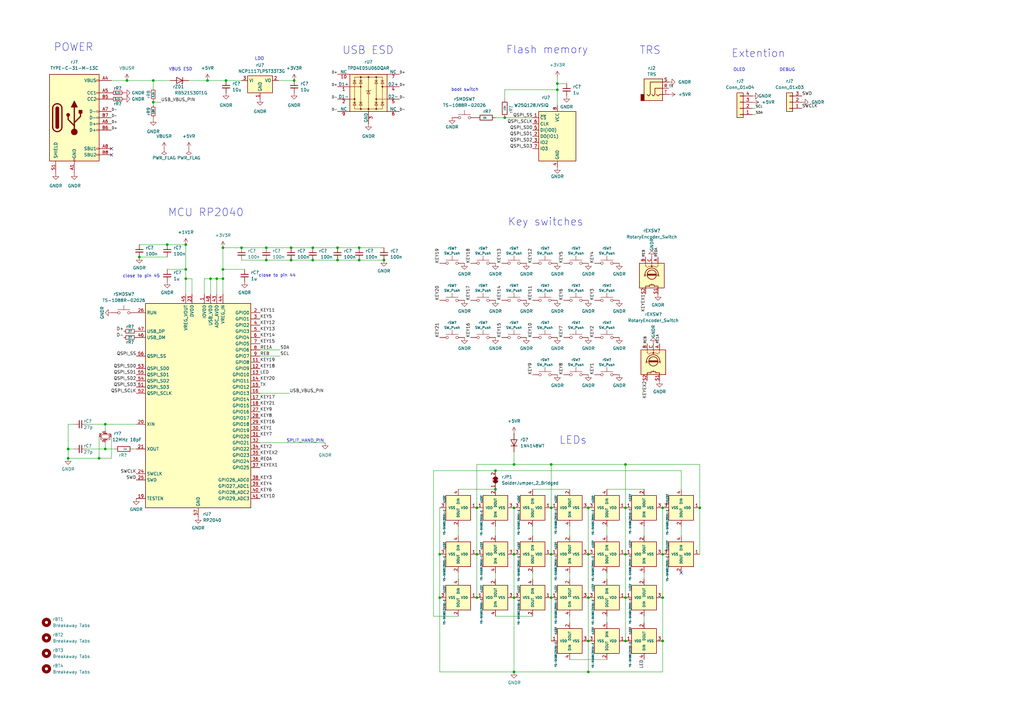
<source format=kicad_sch>
(kicad_sch (version 20250114) (generator "eeschema") (generator_version "9.0")
  (paper "A3")
  (title_block (title "Corne Right") (date "2023-10-07") (rev "4.0.0") (company "foostan"))
  (text "USB ESD" (at 140.335 22.606 0) (effects (font (size 3.175 3.175)) (justify left bottom)))
  (text "TRS" (at 262.255 22.606 0) (effects (font (size 3.175 3.175)) (justify left bottom)))
  (text "Flash memory" (at 207.518 22.352 0) (effects (font (size 3.175 3.175)) (justify left bottom)))
  (text "MCU RP2040" (at 68.834 89.154 0) (effects (font (size 3.175 3.175)) (justify left bottom)))
  (text "DEBUG" (at 319.659 29.464 0) (effects (font (size 1.27 1.27)) (justify left bottom)))
  (text "POWER\n" (at 21.971 21.336 0) (effects (font (size 3.175 3.175)) (justify left bottom)))
  (text "boot switch" (at 185.039 37.592 0) (effects (font (size 1.27 1.27)) (justify left bottom)))
  (text "LDO" (at 104.521 24.892 0) (effects (font (size 1.27 1.27)) (justify left bottom)))
  (text "Key switches" (at 208.28 92.964 0) (effects (font (size 3.175 3.175)) (justify left bottom)))
  (text "LEDs" (at 229.362 182.499 0) (effects (font (size 3.175 3.175)) (justify left bottom)))
  (text "Extention" (at 299.974 23.876 0) (effects (font (size 3.175 3.175)) (justify left bottom)))
  (text "VBUS ESD" (at 69.215 29.21 0) (effects (font (size 1.27 1.27)) (justify left bottom)))
  (text "OLED" (at 300.736 29.464 0) (effects (font (size 1.27 1.27)) (justify left bottom)))
  (text "close to pin 45" (at 50.292 114.046 0) (effects (font (size 1.27 1.27)) (justify left bottom)))
  (text "close to pin 44" (at 106.045 113.792 0) (effects (font (size 1.27 1.27)) (justify left bottom)))
  (text "SPLIT_HAND_PIN" (at 117.475 181.61 0) (effects (font (size 1.27 1.27)) (justify left bottom)))
  (junction (at 27.94 184.15))
  (junction (at 228.6 36.83))
  (junction (at 180.34 245.11))
  (junction (at 226.06 227.33))
  (junction (at 210.82 245.11))
  (junction (at 91.44 114.3))
  (junction (at 241.3 227.33))
  (junction (at 256.54 227.33))
  (junction (at 128.27 101.6))
  (junction (at 40.64 187.96))
  (junction (at 195.58 208.28))
  (junction (at 43.18 184.15))
  (junction (at 226.06 245.11))
  (junction (at 271.78 262.89))
  (junction (at 271.78 245.11))
  (junction (at 256.54 262.89))
  (junction (at 157.48 106.68))
  (junction (at 91.44 110.49))
  (junction (at 76.2 100.33))
  (junction (at 241.3 245.11))
  (junction (at 92.71 33.02))
  (junction (at 228.6 34.29))
  (junction (at 52.07 33.02))
  (junction (at 210.82 190.5))
  (junction (at 57.15 105.41))
  (junction (at 27.94 187.96))
  (junction (at 99.06 101.6))
  (junction (at 88.9 114.3))
  (junction (at 138.43 106.68))
  (junction (at 271.78 208.28))
  (junction (at 109.22 101.6))
  (junction (at 120.65 33.02))
  (junction (at 226.06 190.5))
  (junction (at 210.82 227.33))
  (junction (at 203.2 193.04))
  (junction (at 62.865 33.02))
  (junction (at 203.2 200.66))
  (junction (at 241.3 208.28))
  (junction (at 128.27 106.68))
  (junction (at 207.01 48.26))
  (junction (at 256.54 208.28))
  (junction (at 119.38 106.68))
  (junction (at 86.36 114.3))
  (junction (at 109.22 106.68))
  (junction (at 68.58 100.33))
  (junction (at 256.54 190.5))
  (junction (at 76.2 114.3))
  (junction (at 91.44 101.6))
  (junction (at 287.02 208.28))
  (junction (at 241.3 262.89))
  (junction (at 85.09 33.02))
  (junction (at 256.54 245.11))
  (junction (at 210.82 275.59))
  (junction (at 226.06 208.28))
  (junction (at 241.3 275.59))
  (junction (at 119.38 101.6))
  (junction (at 147.32 101.6))
  (junction (at 62.865 41.91))
  (junction (at 43.18 173.99))
  (junction (at 195.58 245.11))
  (junction (at 180.34 227.33))
  (junction (at 147.32 106.68))
  (junction (at 195.58 227.33))
  (junction (at 210.82 208.28))
  (junction (at 271.78 227.33))
  (junction (at 76.2 110.49))
  (junction (at 138.43 101.6))
  (no_connect (at 45.72 63.5))
  (no_connect (at 279.4 234.95))
  (no_connect (at 45.72 60.96))
  (wire (pts (xy 91.44 101.6) (xy 99.06 101.6)))
  (wire (pts (xy 241.3 208.28) (xy 241.3 227.33)))
  (wire (pts (xy 106.68 146.05) (xy 114.935 146.05)))
  (wire (pts (xy 138.43 101.6) (xy 147.32 101.6)))
  (wire (pts (xy 83.82 114.3) (xy 86.36 114.3)))
  (wire (pts (xy 62.865 33.02) (xy 69.85 33.02)))
  (wire (pts (xy 62.865 41.275) (xy 62.865 41.91)))
  (wire (pts (xy 85.09 33.02) (xy 92.71 33.02)))
  (wire (pts (xy 210.82 227.33) (xy 210.82 245.11)))
  (wire (pts (xy 27.94 187.96) (xy 40.64 187.96)))
  (wire (pts (xy 241.3 262.89) (xy 241.3 275.59)))
  (wire (pts (xy 210.82 190.5) (xy 195.58 190.5)))
  (wire (pts (xy 180.34 245.11) (xy 180.34 275.59)))
  (wire (pts (xy 27.94 173.99) (xy 27.94 184.15)))
  (wire (pts (xy 147.32 106.68) (xy 157.48 106.68)))
  (wire (pts (xy 138.43 106.68) (xy 147.32 106.68)))
  (wire (pts (xy 256.54 227.33) (xy 256.54 245.11)))
  (wire (pts (xy 30.48 173.99) (xy 27.94 173.99)))
  (wire (pts (xy 226.06 245.11) (xy 226.06 262.89)))
  (wire (pts (xy 264.16 234.95) (xy 264.16 237.49)))
  (wire (pts (xy 106.68 181.61) (xy 133.35 181.61)))
  (wire (pts (xy 177.8 193.04) (xy 203.2 193.04)))
  (wire (pts (xy 114.3 33.02) (xy 120.65 33.02)))
  (wire (pts (xy 271.78 275.59) (xy 241.3 275.59)))
  (wire (pts (xy 43.18 184.15) (xy 43.18 181.61)))
  (wire (pts (xy 86.36 114.3) (xy 86.36 120.65)))
  (wire (pts (xy 233.68 252.73) (xy 233.68 255.27)))
  (wire (pts (xy 248.92 215.9) (xy 248.92 219.71)))
  (wire (pts (xy 180.34 208.28) (xy 180.34 227.33)))
  (wire (pts (xy 119.38 101.6) (xy 128.27 101.6)))
  (wire (pts (xy 218.44 234.95) (xy 218.44 237.49)))
  (wire (pts (xy 109.22 106.68) (xy 119.38 106.68)))
  (wire (pts (xy 68.58 110.49) (xy 76.2 110.49)))
  (wire (pts (xy 35.56 184.15) (xy 43.18 184.15)))
  (wire (pts (xy 76.2 110.49) (xy 76.2 114.3)))
  (wire (pts (xy 210.82 275.59) (xy 241.3 275.59)))
  (wire (pts (xy 91.44 114.3) (xy 88.9 114.3)))
  (wire (pts (xy 76.2 100.33) (xy 76.2 110.49)))
  (wire (pts (xy 271.78 245.11) (xy 271.78 262.89)))
  (wire (pts (xy 91.44 120.65) (xy 91.44 114.3)))
  (wire (pts (xy 228.6 36.83) (xy 207.01 36.83)))
  (wire (pts (xy 91.44 101.6) (xy 91.44 110.49)))
  (wire (pts (xy 62.865 36.195) (xy 62.865 33.02)))
  (wire (pts (xy 279.4 193.04) (xy 279.4 200.66)))
  (wire (pts (xy 43.18 176.53) (xy 43.18 173.99)))
  (wire (pts (xy 99.06 106.68) (xy 109.22 106.68)))
  (wire (pts (xy 233.68 237.49) (xy 233.68 234.95)))
  (wire (pts (xy 233.68 200.66) (xy 218.44 200.66)))
  (wire (pts (xy 256.54 245.11) (xy 256.54 262.89)))
  (wire (pts (xy 309.88 46.99) (xy 308.61 46.99)))
  (wire (pts (xy 27.94 184.15) (xy 30.48 184.15)))
  (wire (pts (xy 287.02 208.28) (xy 287.02 227.33)))
  (wire (pts (xy 241.3 227.33) (xy 241.3 245.11)))
  (wire (pts (xy 195.58 190.5) (xy 195.58 208.28)))
  (wire (pts (xy 45.72 187.96) (xy 40.64 187.96)))
  (wire (pts (xy 207.01 48.26) (xy 218.44 48.26)))
  (wire (pts (xy 203.2 252.73) (xy 218.44 252.73)))
  (wire (pts (xy 233.68 219.71) (xy 233.68 215.9)))
  (wire (pts (xy 177.8 193.04) (xy 177.8 252.73)))
  (wire (pts (xy 218.44 219.71) (xy 218.44 215.9)))
  (wire (pts (xy 264.16 215.9) (xy 264.16 219.71)))
  (wire (pts (xy 40.64 179.07) (xy 40.64 187.96)))
  (wire (pts (xy 62.865 48.26) (xy 62.865 48.895)))
  (wire (pts (xy 86.36 114.3) (xy 88.9 114.3)))
  (wire (pts (xy 195.58 227.33) (xy 195.58 245.11)))
  (wire (pts (xy 271.78 208.28) (xy 271.78 227.33)))
  (wire (pts (xy 106.68 143.51) (xy 114.935 143.51)))
  (wire (pts (xy 57.15 105.41) (xy 68.58 105.41)))
  (wire (pts (xy 119.38 106.68) (xy 128.27 106.68)))
  (wire (pts (xy 68.58 100.33) (xy 76.2 100.33)))
  (wire (pts (xy 147.32 101.6) (xy 157.48 101.6)))
  (wire (pts (xy 91.44 110.49) (xy 91.44 114.3)))
  (wire (pts (xy 83.82 114.3) (xy 83.82 120.65)))
  (wire (pts (xy 43.18 173.99) (xy 55.88 173.99)))
  (wire (pts (xy 180.34 227.33) (xy 180.34 245.11)))
  (wire (pts (xy 210.82 208.28) (xy 210.82 227.33)))
  (wire (pts (xy 88.9 114.3) (xy 88.9 120.65)))
  (wire (pts (xy 309.88 44.45) (xy 308.61 44.45)))
  (wire (pts (xy 279.4 215.9) (xy 279.4 219.71)))
  (wire (pts (xy 54.61 184.15) (xy 55.88 184.15)))
  (wire (pts (xy 45.72 33.02) (xy 52.07 33.02)))
  (wire (pts (xy 256.54 190.5) (xy 287.02 190.5)))
  (wire (pts (xy 256.54 190.5) (xy 256.54 208.28)))
  (wire (pts (xy 128.27 101.6) (xy 138.43 101.6)))
  (wire (pts (xy 76.2 120.65) (xy 76.2 114.3)))
  (wire (pts (xy 66.04 41.91) (xy 62.865 41.91)))
  (wire (pts (xy 203.2 237.49) (xy 203.2 234.95)))
  (wire (pts (xy 45.72 179.07) (xy 45.72 187.96)))
  (wire (pts (xy 203.2 219.71) (xy 203.2 215.9)))
  (wire (pts (xy 203.2 193.04) (xy 279.4 193.04)))
  (wire (pts (xy 91.44 110.49) (xy 100.33 110.49)))
  (wire (pts (xy 241.3 245.11) (xy 241.3 262.89)))
  (wire (pts (xy 52.07 33.02) (xy 62.865 33.02)))
  (wire (pts (xy 271.78 262.89) (xy 271.78 275.59)))
  (wire (pts (xy 109.22 101.6) (xy 119.38 101.6)))
  (wire (pts (xy 256.54 208.28) (xy 256.54 227.33)))
  (wire (pts (xy 228.6 36.83) (xy 228.6 43.18)))
  (wire (pts (xy 248.92 270.51) (xy 233.68 270.51)))
  (wire (pts (xy 187.96 234.95) (xy 187.96 237.49)))
  (wire (pts (xy 287.02 190.5) (xy 287.02 208.28)))
  (wire (pts (xy 228.6 31.75) (xy 228.6 34.29)))
  (wire (pts (xy 203.2 48.26) (xy 207.01 48.26)))
  (wire (pts (xy 210.82 190.5) (xy 226.06 190.5)))
  (wire (pts (xy 128.27 106.68) (xy 138.43 106.68)))
  (wire (pts (xy 195.58 208.28) (xy 195.58 227.33)))
  (wire (pts (xy 35.56 173.99) (xy 43.18 173.99)))
  (wire (pts (xy 228.6 34.29) (xy 232.41 34.29)))
  (wire (pts (xy 248.92 234.95) (xy 248.92 237.49)))
  (wire (pts (xy 203.2 200.66) (xy 187.96 200.66)))
  (wire (pts (xy 78.74 114.3) (xy 76.2 114.3)))
  (wire (pts (xy 92.71 33.02) (xy 99.06 33.02)))
  (wire (pts (xy 228.6 34.29) (xy 228.6 36.83)))
  (wire (pts (xy 271.78 227.33) (xy 271.78 245.11)))
  (wire (pts (xy 248.92 200.66) (xy 264.16 200.66)))
  (wire (pts (xy 226.06 208.28) (xy 226.06 227.33)))
  (wire (pts (xy 226.06 190.5) (xy 226.06 208.28)))
  (wire (pts (xy 210.82 185.42) (xy 210.82 190.5)))
  (wire (pts (xy 207.01 36.83) (xy 207.01 40.64)))
  (wire (pts (xy 106.68 161.29) (xy 118.745 161.29)))
  (wire (pts (xy 62.865 41.91) (xy 62.865 43.18)))
  (wire (pts (xy 99.06 101.6) (xy 109.22 101.6)))
  (wire (pts (xy 226.06 190.5) (xy 256.54 190.5)))
  (wire (pts (xy 43.18 184.15) (xy 46.99 184.15)))
  (wire (pts (xy 27.94 184.15) (xy 27.94 187.96)))
  (wire (pts (xy 57.15 100.33) (xy 68.58 100.33)))
  (wire (pts (xy 78.74 120.65) (xy 78.74 114.3)))
  (wire (pts (xy 226.06 227.33) (xy 226.06 245.11)))
  (wire (pts (xy 77.47 33.02) (xy 85.09 33.02)))
  (wire (pts (xy 180.34 275.59) (xy 210.82 275.59)))
  (wire (pts (xy 187.96 215.9) (xy 187.96 219.71)))
  (wire (pts (xy 187.96 252.73) (xy 177.8 252.73)))
  (wire (pts (xy 264.16 252.73) (xy 264.16 255.27)))
  (wire (pts (xy 210.82 245.11) (xy 210.82 275.59)))
  (wire (pts (xy 248.92 252.73) (xy 248.92 255.27)))
  (label "QSPI_SCLK" (at 55.88 161.29 180))
  (label "KEYEX2" (at 265.43 156.21 270))
  (label "SWCLK" (at 55.88 194.31 180))
  (label "TX" (at 106.68 158.75 0))
  (label "SCL" (at 309.88 44.45 0) (effects (font (size 1 1))))
  (label "RE0A" (at 269.875 105.41 90) (effects (font (size 1 1))))
  (label "KEY8" (at 106.68 171.45 0))
  (label "D+" (at 163.83 35.56 0) (effects (font (size 1 1))))
  (label "KEY19" (at 180.34 107.95 90))
  (label "D-" (at 45.72 45.72 0) (effects (font (size 1 1))))
  (label "KEY18" (at 106.68 151.13 0))
  (label "KEY4" (at 243.84 107.95 90))
  (label "KEY6" (at 231.14 123.19 90))
  (label "RE0A" (at 106.68 189.23 0))
  (label "D-" (at 163.83 40.64 0) (effects (font (size 1 1))))
  (label "KEY14" (at 205.74 123.19 90))
  (label "KEY12" (at 218.44 107.95 90))
  (label "KEY20" (at 180.34 123.19 90))
  (label "QSPI_SD3" (at 55.88 158.75 180))
  (label "QSPI_SCLK" (at 218.44 50.8 180))
  (label "KEY16" (at 106.68 173.99 0))
  (label "QSPI_SD1" (at 218.44 55.88 180))
  (label "KEY3" (at 243.84 123.19 90))
  (label "KEY2" (at 243.84 138.43 90))
  (label "D-" (at 45.72 48.26 0) (effects (font (size 1 1))))
  (label "KEY16" (at 193.04 138.43 90))
  (label "KEY15" (at 205.74 138.43 90))
  (label "SWD" (at 55.88 196.85 180))
  (label "KEY11" (at 218.44 123.19 90))
  (label "SDA" (at 114.935 143.51 0))
  (label "KEY9" (at 106.68 168.91 0))
  (label "KEY18" (at 193.04 107.95 90))
  (label "USB_VBUS_PIN" (at 66.04 41.91 0))
  (label "D+" (at 138.43 35.56 180) (effects (font (size 1 1))))
  (label "D-" (at 163.83 45.72 0) (effects (font (size 1 1))))
  (label "QSPI_SD2" (at 218.44 58.42 180))
  (label "KEY17" (at 193.04 123.19 90))
  (label "QSPI_SD2" (at 55.88 156.21 180))
  (label "KEY13" (at 205.74 107.95 90))
  (label "KEY7" (at 106.68 179.07 0))
  (label "D+" (at 45.72 50.8 0) (effects (font (size 1 1))))
  (label "KEY10" (at 218.44 138.43 90))
  (label "KEY9" (at 218.44 153.67 90))
  (label "QSPI_SS" (at 218.44 48.26 180))
  (label "KEY5" (at 106.68 130.81 0))
  (label "REB" (at 106.68 146.05 0))
  (label "KEY1" (at 243.84 153.67 90))
  (label "SCL" (at 114.935 146.05 0))
  (label "KEY19" (at 106.68 148.59 0))
  (label "KEYEX1" (at 264.795 120.65 270))
  (label "KEY2" (at 106.68 184.15 0))
  (label "KEY12" (at 106.68 133.35 0))
  (label "QSPI_SS" (at 55.88 146.05 180))
  (label "KEY7" (at 231.14 138.43 90))
  (label "KEY4" (at 106.68 199.39 0))
  (label "QSPI_SD0" (at 218.44 53.34 180))
  (label "KEY15" (at 106.68 140.97 0))
  (label "KEY20" (at 106.68 156.21 0))
  (label "D-" (at 50.8 138.43 180))
  (label "SWD" (at 328.93 39.37 0))
  (label "KEY21" (at 180.34 138.43 90))
  (label "REB" (at 265.43 140.97 90) (effects (font (size 1 1))))
  (label "KEY17" (at 106.68 163.83 0))
  (label "RE1A" (at 270.51 140.97 90) (effects (font (size 1 1))))
  (label "KEY14" (at 106.68 138.43 0))
  (label "D+" (at 163.83 30.48 0) (effects (font (size 1 1))))
  (label "KEY1" (at 106.68 176.53 0))
  (label "LED" (at 264.16 270.51 270))
  (label "KEYEX2" (at 106.68 186.69 0))
  (label "REB" (at 264.795 105.41 90) (effects (font (size 1 1))))
  (label "KEY21" (at 106.68 166.37 0))
  (label "D-" (at 138.43 45.72 180) (effects (font (size 1 1))))
  (label "SWCLK" (at 328.93 44.45 0))
  (label "SDA" (at 309.88 46.99 0) (effects (font (size 1 1))))
  (label "KEYEX1" (at 106.68 191.77 0))
  (label "QSPI_SD3" (at 218.44 60.96 180))
  (label "D+" (at 138.43 30.48 180) (effects (font (size 1 1))))
  (label "D+" (at 50.8 135.89 180))
  (label "KEY13" (at 106.68 135.89 0))
  (label "USB_VBUS_PIN" (at 118.745 161.29 0))
  (label "KEY3" (at 106.68 196.85 0))
  (label "D+" (at 45.72 53.34 0) (effects (font (size 1 1))))
  (label "KEY11" (at 106.68 128.27 0))
  (label "KEY5" (at 231.14 107.95 90))
  (label "D-" (at 138.43 40.64 180) (effects (font (size 1 1))))
  (label "KEY10" (at 106.68 204.47 0))
  (label "KEY6" (at 106.68 201.93 0))
  (label "QSPI_SD0" (at 55.88 151.13 180))
  (label "TX" (at 274.32 36.195 0) (effects (font (size 1 1))))
  (label "RE1A" (at 106.68 143.51 0))
  (label "LED" (at 106.68 153.67 0))
  (label "KEY8" (at 231.14 153.67 90))
  (label "QSPI_SD1" (at 55.88 153.67 180))
  (symbol (lib_id "kbd:GNDR") (at 328.93 41.91 90) (unit 1)
    (property "Reference" "#PWR?" (effects (hide yes)))
    (property "Value" "GNDR" (at 332.74 41.91 90) (effects (justify right)))
  )
  (symbol (lib_id "kbd_local:YS-SK6812MINI-E") (at 233.68 245.11 90) (unit 1)
    (property "Reference" "rLED?" (at 227.965 243.205 0) (effects (font (size 0.7366 0.7366)) (justify left)))
    (property "Value" "YS-SK6812MINI-E" (at 227.965 255.905 0) (effects (font (size 0.7366 0.7366)) (justify left)))
    (property "Footprint" "kbd_local:YS-SK6812MINI-E" (effects (hide yes)))
  )
  (symbol (lib_id "Device:C_Small") (at 33.02 184.15 270) (unit 1)
    (property "Reference" "rC?" (at 34.29 182.88 90) (effects (justify left)))
    (property "Value" "27p" (at 34.29 185.42 90) (effects (justify left)))
    (property "Footprint" "Capacitor_SMD:C_0402_1005Metric" (effects (hide yes)))
  )
  (symbol (lib_id "kbd:+3V3R") (at 120.65 33.02 0) (unit 1)
    (property "Reference" "#PWR070" (effects (hide yes)))
    (property "Value" "+3V3R" (at 120.65 27.94 0))
  )
  (symbol (lib_id "kbd:GNDR") (at 241.3 123.19 0) (unit 1)
    (property "Reference" "#PWR?" (effects (hide yes)))
    (property "Value" "GNDR" (at 241.3 127.635 0))
  )
  (symbol (lib_id "Switch:SW_Push") (at 236.22 123.19 0) (unit 1)
    (property "Reference" "rSW?" (at 236.22 117.094 0) (effects (font (size 1 1))))
    (property "Value" "SW_Push" (at 236.22 119.126 0) (effects (font (size 1 1))))
    (property "Footprint" "kbd:keyswitch_cherrymx_hotswap_1u" (effects (hide yes)))
  )
  (symbol (lib_name "SW_Push_1") (lib_id "Switch:SW_Push") (at 248.92 107.95 0) (unit 1)
    (property "Reference" "rSW?" (at 248.92 101.854 0) (effects (font (size 1 1))))
    (property "Value" "SW_Push" (at 248.92 103.886 0) (effects (font (size 1 1))))
    (property "Footprint" "kbd:keyswitch_cherrymx_hotswap_1u" (effects (hide yes)))
  )
  (symbol (lib_id "kbd:GNDR") (at 215.9 107.95 0) (unit 1)
    (property "Reference" "#PWR?" (effects (hide yes)))
    (property "Value" "GNDR" (at 215.9 112.395 0))
  )
  (symbol (lib_id "kbd:GNDR") (at 241.3 153.67 0) (unit 1)
    (property "Reference" "#PWR?" (effects (hide yes)))
    (property "Value" "GNDR" (at 241.3 158.115 0))
  )
  (symbol (lib_id "Regulator_Linear:NCP1117-3.3_SOT223") (at 106.68 33.02 0) (unit 1)
    (property "Reference" "rU?" (at 106.68 26.67 0))
    (property "Value" "NCP1117LPST33T3G" (at 107.315 29.21 0))
    (property "Footprint" "Package_TO_SOT_SMD:SOT-223-3_TabPin2" (effects (hide yes)))
    (property "Datasheet" "http://www.onsemi.com/pub_link/Collateral/NCP1117-D.PDF" (effects (hide yes)))
    (property "JLCPCB Part #" "C146799" (effects (hide yes)))
  )
  (symbol (lib_id "kbd_local:YS-SK6812MINI-E") (at 248.92 208.28 270) (unit 1)
    (property "Reference" "rLED?" (at 243.205 203.2 0) (effects (font (size 0.7366 0.7366)) (justify left)))
    (property "Value" "YS-SK6812MINI-E" (at 243.205 208.915 0) (effects (font (size 0.7366 0.7366)) (justify left)))
    (property "Footprint" "kbd_local:YS-SK6812MINI-E" (effects (hide yes)))
  )
  (symbol (lib_id "kbd_local:VBUSR") (at 67.31 60.96 0) (unit 1)
    (property "Reference" "#PWR065" (effects (hide yes)))
    (property "Value" "VBUSR" (at 67.31 55.88 0))
  )
  (symbol (lib_id "kbd:GNDR") (at 267.97 140.97 180) (unit 1)
    (property "Reference" "#PWR?" (effects (hide yes)))
    (property "Value" "GNDR" (at 267.97 135.89 90))
  )
  (symbol (lib_id "kbd:GNDR") (at 215.9 123.19 0) (unit 1)
    (property "Reference" "#PWR?" (effects (hide yes)))
    (property "Value" "GNDR" (at 215.9 127.635 0))
  )
  (symbol (lib_id "Connector:USB_C_Receptacle_USB2.0") (at 30.48 48.26 0) (unit 1)
    (property "Reference" "rJ?" (at 30.48 25.4 0))
    (property "Value" "TYPE-C-31-M-13C" (at 30.48 27.94 0))
    (property "Footprint" "kbd_local:TYPE-C-31-M-13C" (effects (hide yes)))
    (property "Datasheet" "https://www.usb.org/sites/default/files/documents/usb_type-c.zip" (effects (hide yes)))
    (property "JLCPCB Part #" "C2848620" (effects (hide yes)))
  )
  (symbol (lib_id "kbd:GNDR") (at 22.86 71.12 0) (unit 1)
    (property "Reference" "#PWR?" (effects (hide yes)))
    (property "Value" "GNDR" (at 22.86 76.2 0))
  )
  (symbol (lib_id "kbd:GNDR") (at 81.28 212.09 0) (unit 1)
    (property "Reference" "#PWR?" (effects (hide yes)))
    (property "Value" "GNDR" (at 81.28 216.535 0))
  )
  (symbol (lib_id "Device:RotaryEncoder_Switch") (at 267.97 148.59 270) (unit 1)
    (property "Reference" "rEXSW?" (at 267.97 128.905 90))
    (property "Value" "RotaryEncoder_Switch" (at 267.97 131.445 90))
    (property "Footprint" "kbd_local:keyswitch_cherrymx_hotswap_1u_rotary_encoder_ec12" (effects (hide yes)))
  )
  (symbol (lib_id "kbd:GNDR") (at 50.8 40.64 90) (unit 1)
    (property "Reference" "#PWR?" (effects (hide yes)))
    (property "Value" "GNDR" (at 53.975 40.64 90) (effects (justify right)))
  )
  (symbol (lib_id "Switch:SW_Push") (at 236.22 107.95 0) (unit 1)
    (property "Reference" "rSW?" (at 236.22 101.854 0) (effects (font (size 1 1))))
    (property "Value" "SW_Push" (at 236.22 103.886 0) (effects (font (size 1 1))))
    (property "Footprint" "kbd:keyswitch_cherrymx_hotswap_1u" (effects (hide yes)))
  )
  (symbol (lib_id "kbd:GNDR") (at 190.5 107.95 0) (unit 1)
    (property "Reference" "#PWR?" (effects (hide yes)))
    (property "Value" "GNDR" (at 190.5 112.395 0))
  )
  (symbol (lib_id "kbd_local:YS-SK6812MINI-E") (at 203.2 208.28 90) (unit 1)
    (property "Reference" "rLED?" (at 197.485 206.375 0) (effects (font (size 0.7366 0.7366)) (justify left)))
    (property "Value" "YS-SK6812MINI-E" (at 197.485 219.71 0) (effects (font (size 0.7366 0.7366)) (justify left)))
    (property "Footprint" "kbd_local:YS-SK6812MINI-E" (effects (hide yes)))
  )
  (symbol (lib_id "Switch:SW_Push") (at 198.12 138.43 0) (unit 1)
    (property "Reference" "rSW?" (at 198.12 132.334 0) (effects (font (size 1 1))))
    (property "Value" "SW_Push" (at 198.12 134.366 0) (effects (font (size 1 1))))
    (property "Footprint" "kbd:keyswitch_cherrymx_hotswap_1u" (effects (hide yes)))
  )
  (symbol (lib_id "kbd:+5VR") (at 210.82 177.8 0) (unit 1)
    (property "Reference" "#PWR069" (effects (hide yes)))
    (property "Value" "+5VR" (at 210.82 172.72 0))
  )
  (symbol (lib_id "kbd_local:YS-SK6812MINI-E") (at 233.68 227.33 90) (unit 1)
    (property "Reference" "rLED?" (at 227.965 225.425 0) (effects (font (size 0.7366 0.7366)) (justify left)))
    (property "Value" "YS-SK6812MINI-E" (at 227.965 238.125 0) (effects (font (size 0.7366 0.7366)) (justify left)))
    (property "Footprint" "kbd_local:YS-SK6812MINI-E" (effects (hide yes)))
  )
  (symbol (lib_id "kbd:GNDR") (at 254 138.43 0) (unit 1)
    (property "Reference" "#PWR?" (effects (hide yes)))
    (property "Value" "GNDR" (at 254 142.875 0))
  )
  (symbol (lib_id "kbd:GNDR") (at 151.13 50.8 0) (unit 1)
    (property "Reference" "#PWR?" (effects (hide yes)))
    (property "Value" "GNDR" (at 151.13 55.88 0))
  )
  (symbol (lib_id "kbd:GNDR") (at 269.875 120.65 0) (unit 1)
    (property "Reference" "#PWR?" (effects (hide yes)))
    (property "Value" "GNDR" (at 269.875 125.095 0))
  )
  (symbol (lib_id "Switch:SW_Push") (at 210.82 138.43 0) (unit 1)
    (property "Reference" "rSW?" (at 210.82 132.334 0) (effects (font (size 1 1))))
    (property "Value" "SW_Push" (at 210.82 134.366 0) (effects (font (size 1 1))))
    (property "Footprint" "kbd:keyswitch_cherrymx_hotswap_1u" (effects (hide yes)))
  )
  (symbol (lib_id "Device:R_Small") (at 48.26 40.64 270) (unit 1)
    (property "Reference" "rR?" (at 48.26 42.545 90))
    (property "Value" "5.1k" (at 48.26 40.64 90) (effects (font (size 0.762 0.762))))
    (property "Footprint" "Resistor_SMD:R_0402_1005Metric" (effects (hide yes)))
  )
  (symbol (lib_id "Diode:1N4148WT") (at 210.82 181.61 90) (unit 1)
    (property "Reference" "rD?" (at 213.36 180.34 90) (effects (justify right)))
    (property "Value" "1N4148WT" (at 213.36 182.88 90) (effects (justify right)))
    (property "Footprint" "Diode_SMD:D_SOD-523" (effects (hide yes)))
    (property "Datasheet" "https://www.diodes.com/assets/Datasheets/ds30396.pdf" (effects (hide yes)))
    (property "JLCPCB Part #" "C232841" (effects (hide yes)))
  )
  (symbol (lib_id "Device:Crystal_GND24_Small") (at 43.18 179.07 270) (unit 1)
    (property "Reference" "rY?" (at 48.26 177.8 90))
    (property "Value" "12MHz 18pF" (at 52.07 180.34 90))
    (property "Footprint" "Crystal:Crystal_SMD_3225-4Pin_3.2x2.5mm" (effects (hide yes)))
    (property "Description" "12MHz 18pF ±20ppm SMD3225-4P Crystals ROHS" (effects (hide yes)))
    (property "MFR.Part #" "Q22FA23V0041800" (effects (hide yes)))
    (property "JLCPCB Part #" "C91749" (effects (hide yes)))
  )
  (symbol (lib_id "kbd_local:YS-SK6812MINI-E") (at 248.92 245.11 270) (unit 1)
    (property "Reference" "rLED?" (at 243.205 239.395 0) (effects (font (size 0.7366 0.7366)) (justify left)))
    (property "Value" "YS-SK6812MINI-E" (at 243.205 245.745 0) (effects (font (size 0.7366 0.7366)) (justify left)))
    (property "Footprint" "kbd_local:YS-SK6812MINI-E" (effects (hide yes)))
  )
  (symbol (lib_id "Switch:SW_Push") (at 248.92 153.67 0) (unit 1)
    (property "Reference" "rSW?" (at 248.92 147.574 0) (effects (font (size 1 1))))
    (property "Value" "SW_Push" (at 248.92 149.606 0) (effects (font (size 1 1))))
    (property "Footprint" "kbd:keyswitch_cherrymx_hotswap_1.5u" (effects (hide yes)))
  )
  (symbol (lib_id "kbd:GNDR") (at 215.9 138.43 0) (unit 1)
    (property "Reference" "#PWR?" (effects (hide yes)))
    (property "Value" "GNDR" (at 215.9 142.875 0))
  )
  (symbol (lib_id "kbd:GNDR") (at 185.42 48.26 0) (unit 1)
    (property "Reference" "#PWR?" (effects (hide yes)))
    (property "Value" "GNDR" (at 185.42 52.07 0))
  )
  (symbol (lib_id "Mechanical:MountingHole") (at 19.05 274.32 0) (unit 1)
    (property "Reference" "rBT4" (at 21.59 273.05 0) (effects (justify left)))
    (property "Value" "Breakaway Tabs" (at 21.59 275.59 0) (effects (justify left)))
    (property "Footprint" "kbd_local:Breakaway_Tabs" (effects (hide yes)))
  )
  (symbol (lib_id "Device:C_Small") (at 57.15 102.87 0) (unit 1)
    (property "Reference" "rC?" (at 59.69 101.6 0) (effects (justify left)))
    (property "Value" "100n" (at 59.69 104.14 0) (effects (justify left)))
    (property "Footprint" "Capacitor_SMD:C_0402_1005Metric" (effects (hide yes)))
  )
  (symbol (lib_id "kbd_local:VBUSR") (at 52.07 33.02 0) (unit 1)
    (property "Reference" "#PWR066" (effects (hide yes)))
    (property "Value" "VBUSR" (at 52.07 27.94 0))
  )
  (symbol (lib_id "kbd_local:YS-SK6812MINI-E") (at 248.92 262.89 270) (unit 1)
    (property "Reference" "rLED?" (at 243.205 257.175 0) (effects (font (size 0.7366 0.7366)) (justify left)))
    (property "Value" "YS-SK6812MINI-E" (at 243.205 263.525 0) (effects (font (size 0.7366 0.7366)) (justify left)))
    (property "Footprint" "kbd_local:YS-SK6812MINI-E" (effects (hide yes)))
  )
  (symbol (lib_id "kbd:GNDR") (at 55.88 204.47 0) (unit 1)
    (property "Reference" "#PWR?" (effects (hide yes)))
    (property "Value" "GNDR" (at 55.88 208.915 0))
  )
  (symbol (lib_id "Device:R_Small") (at 62.865 38.735 0) (unit 1)
    (property "Reference" "rR8" (at 60.96 38.735 90))
    (property "Value" "5.6k" (at 62.865 38.735 90) (effects (font (size 0.762 0.762))))
    (property "Footprint" "Resistor_SMD:R_0402_1005Metric" (effects (hide yes)))
  )
  (symbol (lib_id "Device:C_Small") (at 68.58 102.87 0) (unit 1)
    (property "Reference" "rC?" (at 71.12 101.6 0) (effects (justify left)))
    (property "Value" "100n" (at 71.12 104.14 0) (effects (justify left)))
    (property "Footprint" "Capacitor_SMD:C_0402_1005Metric" (effects (hide yes)))
  )
  (symbol (lib_id "kbd:GNDR") (at 241.3 138.43 0) (unit 1)
    (property "Reference" "#PWR?" (effects (hide yes)))
    (property "Value" "GNDR" (at 241.3 142.875 0))
  )
  (symbol (lib_id "kbd_local:YS-SK6812MINI-E") (at 233.68 208.28 90) (unit 1)
    (property "Reference" "rLED?" (at 227.965 206.375 0) (effects (font (size 0.7366 0.7366)) (justify left)))
    (property "Value" "YS-SK6812MINI-E" (at 227.965 219.075 0) (effects (font (size 0.7366 0.7366)) (justify left)))
    (property "Footprint" "kbd_local:YS-SK6812MINI-E" (effects (hide yes)))
  )
  (symbol (lib_id "kbd_local:YS-SK6812MINI-E") (at 264.16 208.28 90) (unit 1)
    (property "Reference" "rLED?" (at 258.445 205.74 0) (effects (font (size 0.7366 0.7366)) (justify left)))
    (property "Value" "YS-SK6812MINI-E" (at 258.445 219.075 0) (effects (font (size 0.7366 0.7366)) (justify left)))
    (property "Footprint" "kbd_local:YS-SK6812MINI-E" (effects (hide yes)))
  )
  (symbol (lib_id "kbd:GNDR") (at 254 123.19 0) (unit 1)
    (property "Reference" "#PWR?" (effects (hide yes)))
    (property "Value" "GNDR" (at 254 127.635 0))
  )
  (symbol (lib_id "Device:C_Small") (at 100.33 113.03 0) (unit 1)
    (property "Reference" "rC?" (at 102.87 111.76 0) (effects (justify left)))
    (property "Value" "1u" (at 102.87 114.3 0) (effects (justify left)))
    (property "Footprint" "Capacitor_SMD:C_0402_1005Metric" (effects (hide yes)))
  )
  (symbol (lib_id "Switch:SW_Push") (at 198.12 123.19 0) (unit 1)
    (property "Reference" "rSW?" (at 198.12 117.094 0) (effects (font (size 1 1))))
    (property "Value" "SW_Push" (at 198.12 119.126 0) (effects (font (size 1 1))))
    (property "Footprint" "kbd:keyswitch_cherrymx_hotswap_1u" (effects (hide yes)))
  )
  (symbol (lib_id "Device:C_Small") (at 128.27 104.14 0) (unit 1)
    (property "Reference" "rC?" (at 130.81 102.87 0) (effects (justify left)))
    (property "Value" "100n" (at 131.445 105.41 0) (effects (justify left)))
    (property "Footprint" "Capacitor_SMD:C_0402_1005Metric" (effects (hide yes)))
  )
  (symbol (lib_id "Switch:SW_Push") (at 185.42 138.43 0) (unit 1)
    (property "Reference" "rSW?" (at 185.42 132.334 0) (effects (font (size 1 1))))
    (property "Value" "SW_Push" (at 185.42 134.366 0) (effects (font (size 1 1))))
    (property "Footprint" "kbd:keyswitch_cherrymx_hotswap_1u" (effects (hide yes)))
  )
  (symbol (lib_id "kbd:GNDR") (at 57.15 105.41 0) (unit 1)
    (property "Reference" "#PWR?" (effects (hide yes)))
    (property "Value" "GNDR" (at 57.15 109.855 0))
  )
  (symbol (lib_id "kbd:GNDR") (at 106.68 40.64 0) (unit 1)
    (property "Reference" "#PWR?" (effects (hide yes)))
    (property "Value" "GNDR" (at 106.68 45.72 0))
  )
  (symbol (lib_id "kbd:GNDR") (at 210.82 275.59 0) (unit 1)
    (property "Reference" "#PWR?" (effects (hide yes)))
    (property "Value" "GNDR" (at 210.947 279.9842 0))
  )
  (symbol (lib_id "kbd:+1V1R") (at 76.2 100.33 0) (unit 1)
    (property "Reference" "#PWR073" (effects (hide yes)))
    (property "Value" "+1V1R" (at 76.2 95.25 0))
  )
  (symbol (lib_id "kbd:+5VR") (at 85.09 33.02 0) (unit 1)
    (property "Reference" "#PWR068" (effects (hide yes)))
    (property "Value" "+5VR" (at 85.09 27.94 0))
  )
  (symbol (lib_id "kbd:GNDR") (at 254 107.95 0) (unit 1)
    (property "Reference" "#PWR?" (effects (hide yes)))
    (property "Value" "GNDR" (at 254 112.395 0))
  )
  (symbol (lib_id "Switch:SW_Push") (at 223.52 153.67 0) (unit 1)
    (property "Reference" "rSW?" (at 223.52 147.574 0) (effects (font (size 1 1))))
    (property "Value" "SW_Push" (at 223.52 149.606 0) (effects (font (size 1 1))))
    (property "Footprint" "kbd:keyswitch_cherrymx_hotswap_1u" (effects (hide yes)))
  )
  (symbol (lib_id "Device:C_Small") (at 119.38 104.14 0) (unit 1)
    (property "Reference" "rC?" (at 121.92 102.87 0) (effects (justify left)))
    (property "Value" "100n" (at 121.92 105.41 0) (effects (justify left)))
    (property "Footprint" "Capacitor_SMD:C_0402_1005Metric" (effects (hide yes)))
  )
  (symbol (lib_id "Connector_Audio:AudioJack3") (at 269.24 36.195 0) (unit 1)
    (property "Reference" "rJ2" (at 267.335 27.94 0))
    (property "Value" "TRS" (at 267.335 30.48 0))
    (property "Footprint" "kbd_local:PJ-398A-5A_PJ-399B-6A" (effects (hide yes)))
    (property "JLCPCB Part #" "C128994" (effects (hide yes)))
  )
  (symbol (lib_id "kbd:+5VR") (at 274.32 38.735 270) (unit 1)
    (property "Reference" "#PWR075" (effects (hide yes)))
    (property "Value" "+5VR" (at 278.13 38.735 90) (effects (justify left)))
  )
  (symbol (lib_id "Switch:SW_Push") (at 185.42 107.95 0) (unit 1)
    (property "Reference" "rSW?" (at 185.42 101.854 0) (effects (font (size 1 1))))
    (property "Value" "SW_Push" (at 185.42 103.886 0) (effects (font (size 1 1))))
    (property "Footprint" "kbd:keyswitch_cherrymx_hotswap_1u" (effects (hide yes)))
  )
  (symbol (lib_id "Power_Protection:TPD4EUSB30") (at 151.13 38.1 0) (unit 1)
    (property "Reference" "rU?" (at 151.13 25.4 0))
    (property "Value" "TPD4E05U06DQAR" (at 151.13 27.94 0))
    (property "Footprint" "Package_SON:USON-10_2.5x1.0mm_P0.5mm" (effects (hide yes)))
    (property "Datasheet" "http://www.ti.com/lit/ds/symlink/tpd2eusb30a.pdf" (effects (hide yes)))
    (property "JLCPCB Part #" "C138714" (effects (hide yes)))
  )
  (symbol (lib_id "Device:C_Small") (at 33.02 173.99 270) (unit 1)
    (property "Reference" "rC?" (at 34.29 172.72 90) (effects (justify left)))
    (property "Value" "27p" (at 34.29 175.26 90) (effects (justify left)))
    (property "Footprint" "Capacitor_SMD:C_0402_1005Metric" (effects (hide yes)))
  )
  (symbol (lib_id "kbd:GNDR") (at 30.48 71.12 0) (unit 1)
    (property "Reference" "#PWR?" (effects (hide yes)))
    (property "Value" "GNDR" (at 30.48 76.2 0))
  )
  (symbol (lib_id "Device:RotaryEncoder_Switch") (at 267.335 113.03 270) (unit 1)
    (property "Reference" "rEXSW?" (at 267.335 94.615 90))
    (property "Value" "RotaryEncoder_Switch" (at 267.335 97.155 90))
    (property "Footprint" "kbd_local:keyswitch_cherrymx_hotswap_1u_rotary_encoder_ec12" (effects (hide yes)))
  )
  (symbol (lib_id "Switch:SW_Push") (at 248.92 138.43 0) (unit 1)
    (property "Reference" "rSW?" (at 248.92 132.334 0) (effects (font (size 1 1))))
    (property "Value" "SW_Push" (at 248.92 134.366 0) (effects (font (size 1 1))))
    (property "Footprint" "kbd:keyswitch_cherrymx_hotswap_1u" (effects (hide yes)))
  )
  (symbol (lib_id "kbd:+5VR") (at 308.61 41.91 270) (unit 1)
    (property "Reference" "#PWR075" (effects (hide yes)))
    (property "Value" "+5VR" (at 312.42 41.91 90) (effects (justify left)))
  )
  (symbol (lib_id "Device:C_Small") (at 92.71 35.56 0) (unit 1)
    (property "Reference" "rC?" (at 95.25 34.29 0) (effects (justify left)))
    (property "Value" "10u" (at 95.25 36.83 0) (effects (justify left)))
    (property "Footprint" "Capacitor_SMD:C_0402_1005Metric" (effects (hide yes)))
  )
  (symbol (lib_id "kbd:GNDR") (at 308.61 39.37 90) (unit 1)
    (property "Reference" "#PWR?" (effects (hide yes)))
    (property "Value" "GNDR" (at 313.69 39.37 90))
  )
  (symbol (lib_id "Switch:SW_Push") (at 210.82 107.95 0) (unit 1)
    (property "Reference" "rSW?" (at 210.82 101.854 0) (effects (font (size 1 1))))
    (property "Value" "SW_Push" (at 210.82 103.886 0) (effects (font (size 1 1))))
    (property "Footprint" "kbd:keyswitch_cherrymx_hotswap_1u" (effects (hide yes)))
  )
  (symbol (lib_id "kbd:GNDR") (at 120.65 38.1 0) (unit 1)
    (property "Reference" "#PWR?" (effects (hide yes)))
    (property "Value" "GNDR" (at 120.65 43.18 0))
  )
  (symbol (lib_id "Device:R") (at 50.8 184.15 90) (unit 1)
    (property "Reference" "rR?" (at 52.07 186.69 90) (effects (justify left)))
    (property "Value" "1k" (at 52.07 184.15 90) (effects (font (size 0.762 0.762)) (justify left)))
    (property "Footprint" "Resistor_SMD:R_0402_1005Metric" (effects (hide yes)))
  )
  (symbol (lib_id "kbd_local:YS-SK6812MINI-E") (at 279.4 208.28 270) (unit 1)
    (property "Reference" "rEXLED?" (at 273.685 202.565 0) (effects (font (size 0.7366 0.7366)) (justify left)))
    (property "Value" "YS-SK6812MINI-E" (at 273.685 208.915 0) (effects (font (size 0.7366 0.7366)) (justify left)))
    (property "Footprint" "kbd_local:YS-SK6812MINI-E" (effects (hide yes)))
  )
  (symbol (lib_id "Device:R") (at 207.01 44.45 180) (unit 1)
    (property "Reference" "rR?" (at 209.55 43.18 90) (effects (justify left)))
    (property "Value" "10k" (at 207.01 43.18 90) (effects (font (size 0.762 0.762)) (justify left)))
    (property "Footprint" "Resistor_SMD:R_0402_1005Metric" (effects (hide yes)))
  )
  (symbol (lib_id "kbd_local:YS-SK6812MINI-E") (at 233.68 262.89 90) (unit 1)
    (property "Reference" "rLED?" (at 227.965 260.35 0) (effects (font (size 0.7366 0.7366)) (justify left)))
    (property "Value" "YS-SK6812MINI-E" (at 227.965 273.685 0) (effects (font (size 0.7366 0.7366)) (justify left)))
    (property "Footprint" "kbd_local:YS-SK6812MINI-E" (effects (hide yes)))
  )
  (symbol (lib_id "kbd_local:YS-SK6812MINI-E") (at 187.96 245.11 270) (unit 1)
    (property "Reference" "rLED?" (at 182.245 240.03 0) (effects (font (size 0.7366 0.7366)) (justify left)))
    (property "Value" "YS-SK6812MINI-E" (at 182.245 245.745 0) (effects (font (size 0.7366 0.7366)) (justify left)))
    (property "Footprint" "kbd_local:YS-SK6812MINI-E" (effects (hide yes)))
  )
  (symbol (lib_id "Switch:SW_Push") (at 236.22 138.43 0) (unit 1)
    (property "Reference" "rSW?" (at 236.22 132.334 0) (effects (font (size 1 1))))
    (property "Value" "SW_Push" (at 236.22 134.366 0) (effects (font (size 1 1))))
    (property "Footprint" "kbd:keyswitch_cherrymx_hotswap_1u" (effects (hide yes)))
  )
  (symbol (lib_id "kbd:GNDR") (at 203.2 107.95 0) (unit 1)
    (property "Reference" "#PWR?" (effects (hide yes)))
    (property "Value" "GNDR" (at 203.2 112.395 0))
  )
  (symbol (lib_id "kbd:GNDR") (at 45.72 128.27 270) (unit 1)
    (property "Reference" "#PWR?" (effects (hide yes)))
    (property "Value" "GNDR" (at 41.91 128.27 0))
  )
  (symbol (lib_id "Switch:SW_Push") (at 50.8 128.27 0) (unit 1)
    (property "Reference" "rSMDSW?" (at 50.8 120.65 0))
    (property "Value" "TS-1088R-02026" (at 50.8 123.19 0))
    (property "Footprint" "kbd_local:TS-1088R-02026" (effects (hide yes)))
    (property "JLCPCB Part #" "C455280" (effects (hide yes)))
  )
  (symbol (lib_id "Switch:SW_Push") (at 210.82 123.19 0) (unit 1)
    (property "Reference" "rSW?" (at 210.82 117.094 0) (effects (font (size 1 1))))
    (property "Value" "SW_Push" (at 210.82 119.126 0) (effects (font (size 1 1))))
    (property "Footprint" "kbd:keyswitch_cherrymx_hotswap_1u" (effects (hide yes)))
  )
  (symbol (lib_id "kbd:+3V3R") (at 91.44 101.6 0) (unit 1)
    (property "Reference" "#PWR072" (effects (hide yes)))
    (property "Value" "+3V3R" (at 91.44 96.52 0))
  )
  (symbol (lib_id "kbd_local:YS-SK6812MINI-E") (at 264.16 245.11 90) (unit 1)
    (property "Reference" "rLED?" (at 258.445 242.57 0) (effects (font (size 0.7366 0.7366)) (justify left)))
    (property "Value" "YS-SK6812MINI-E" (at 258.445 255.905 0) (effects (font (size 0.7366 0.7366)) (justify left)))
    (property "Footprint" "kbd_local:YS-SK6812MINI-E" (effects (hide yes)))
  )
  (symbol (lib_id "Device:C_Small") (at 99.06 104.14 0) (unit 1)
    (property "Reference" "rC?" (at 101.6 102.87 0) (effects (justify left)))
    (property "Value" "100n" (at 101.6 105.41 0) (effects (justify left)))
    (property "Footprint" "Capacitor_SMD:C_0402_1005Metric" (effects (hide yes)))
  )
  (symbol (lib_id "Device:C_Small") (at 232.41 36.83 0) (unit 1)
    (property "Reference" "rC?" (at 234.95 35.56 0) (effects (justify left)))
    (property "Value" "1u" (at 234.95 38.1 0) (effects (justify left)))
    (property "Footprint" "Capacitor_SMD:C_0402_1005Metric" (effects (hide yes)))
  )
  (symbol (lib_id "kbd:GNDR") (at 92.71 38.1 0) (unit 1)
    (property "Reference" "#PWR?" (effects (hide yes)))
    (property "Value" "GNDR" (at 92.71 43.18 0))
  )
  (symbol (lib_id "kbd:GNDR") (at 203.2 138.43 0) (unit 1)
    (property "Reference" "#PWR?" (effects (hide yes)))
    (property "Value" "GNDR" (at 203.2 142.875 0))
  )
  (symbol (lib_id "kbd:GNDR") (at 203.2 123.19 0) (unit 1)
    (property "Reference" "#PWR?" (effects (hide yes)))
    (property "Value" "GNDR" (at 203.2 127.635 0))
  )
  (symbol (lib_id "kbd:GNDR") (at 270.51 156.21 0) (unit 1)
    (property "Reference" "#PWR?" (effects (hide yes)))
    (property "Value" "GNDR" (at 270.51 160.655 0))
  )
  (symbol (lib_id "kbd_local:YS-SK6812MINI-E") (at 187.96 227.33 270) (unit 1)
    (property "Reference" "rLED?" (at 182.245 222.25 0) (effects (font (size 0.7366 0.7366)) (justify left)))
    (property "Value" "YS-SK6812MINI-E" (at 182.245 227.965 0) (effects (font (size 0.7366 0.7366)) (justify left)))
    (property "Footprint" "kbd_local:YS-SK6812MINI-E" (effects (hide yes)))
  )
  (symbol (lib_id "kbd:GNDR") (at 62.865 48.895 0) (unit 1)
    (property "Reference" "#PWR?" (effects (hide yes)))
    (property "Value" "GNDR" (at 62.865 53.975 0))
  )
  (symbol (lib_id "Device:R_Small") (at 53.34 135.89 90) (unit 1)
    (property "Reference" "rR?" (at 53.34 133.985 90))
    (property "Value" "27" (at 53.34 135.89 90) (effects (font (size 0.762 0.762))))
    (property "Footprint" "Resistor_SMD:R_0402_1005Metric" (effects (hide yes)))
  )
  (symbol (lib_id "power:PWR_FLAG") (at 67.31 60.96 180) (unit 1)
    (property "Reference" "#FLG?" (effects (hide yes)))
    (property "Value" "PWR_FLAG" (at 67.31 64.77 0))
  )
  (symbol (lib_id "Device:C_Small") (at 157.48 104.14 0) (unit 1)
    (property "Reference" "rC?" (at 160.02 102.87 0) (effects (justify left)))
    (property "Value" "100n" (at 160.02 105.41 0) (effects (justify left)))
    (property "Footprint" "Capacitor_SMD:C_0402_1005Metric" (effects (hide yes)))
  )
  (symbol (lib_id "Device:C_Small") (at 138.43 104.14 0) (unit 1)
    (property "Reference" "rC?" (at 140.97 102.87 0) (effects (justify left)))
    (property "Value" "100n" (at 140.97 105.41 0) (effects (justify left)))
    (property "Footprint" "Capacitor_SMD:C_0402_1005Metric" (effects (hide yes)))
  )
  (symbol (lib_id "Switch:SW_Push") (at 248.92 123.19 0) (unit 1)
    (property "Reference" "rSW?" (at 248.92 117.094 0) (effects (font (size 1 1))))
    (property "Value" "SW_Push" (at 248.92 119.126 0) (effects (font (size 1 1))))
    (property "Footprint" "kbd:keyswitch_cherrymx_hotswap_1u" (effects (hide yes)))
  )
  (symbol (lib_id "Device:R_Small") (at 53.34 138.43 270) (unit 1)
    (property "Reference" "rR?" (at 53.34 140.335 90))
    (property "Value" "27" (at 53.34 138.43 90) (effects (font (size 0.762 0.762))))
    (property "Footprint" "Resistor_SMD:R_0402_1005Metric" (effects (hide yes)))
  )
  (symbol (lib_id "Device:C_Small") (at 147.32 104.14 0) (unit 1)
    (property "Reference" "rC?" (at 149.86 102.87 0) (effects (justify left)))
    (property "Value" "100n" (at 149.86 105.41 0) (effects (justify left)))
    (property "Footprint" "Capacitor_SMD:C_0402_1005Metric" (effects (hide yes)))
  )
  (symbol (lib_id "kbd:GNDR") (at 228.6 107.95 0) (unit 1)
    (property "Reference" "#PWR?" (effects (hide yes)))
    (property "Value" "GNDR" (at 228.6 112.395 0))
  )
  (symbol (lib_id "kbd:+5VR") (at 77.47 60.96 0) (unit 1)
    (property "Reference" "#PWR067" (effects (hide yes)))
    (property "Value" "+5VR" (at 77.47 55.88 0))
  )
  (symbol (lib_id "Switch:SW_Push") (at 185.42 123.19 0) (unit 1)
    (property "Reference" "rSW?" (at 185.42 117.094 0) (effects (font (size 1 1))))
    (property "Value" "SW_Push" (at 185.42 119.126 0) (effects (font (size 1 1))))
    (property "Footprint" "kbd:keyswitch_cherrymx_hotswap_1u" (effects (hide yes)))
  )
  (symbol (lib_id "kbd:GNDR") (at 190.5 123.19 0) (unit 1)
    (property "Reference" "#PWR?" (effects (hide yes)))
    (property "Value" "GNDR" (at 190.5 127.635 0))
  )
  (symbol (lib_id "kbd:+3V3R") (at 228.6 31.75 0) (unit 1)
    (property "Reference" "#PWR071" (effects (hide yes)))
    (property "Value" "+3V3R" (at 228.6 26.67 0))
  )
  (symbol (lib_id "kbd:GNDR") (at 274.32 33.655 90) (unit 1)
    (property "Reference" "#PWR?" (effects (hide yes)))
    (property "Value" "GNDR" (at 278.13 33.655 90) (effects (justify right)))
  )
  (symbol (lib_id "kbd_local:YS-SK6812MINI-E") (at 218.44 208.28 270) (unit 1)
    (property "Reference" "rLED?" (at 212.725 203.2 0) (effects (font (size 0.7366 0.7366)) (justify left)))
    (property "Value" "YS-SK6812MINI-E" (at 212.725 208.915 0) (effects (font (size 0.7366 0.7366)) (justify left)))
    (property "Footprint" "kbd_local:YS-SK6812MINI-E" (effects (hide yes)))
  )
  (symbol (lib_id "kbd_local:YS-SK6812MINI-E") (at 203.2 245.11 90) (unit 1)
    (property "Reference" "rLED?" (at 197.485 243.205 0) (effects (font (size 0.7366 0.7366)) (justify left)))
    (property "Value" "YS-SK6812MINI-E" (at 197.485 255.905 0) (effects (font (size 0.7366 0.7366)) (justify left)))
    (property "Footprint" "kbd_local:YS-SK6812MINI-E" (effects (hide yes)))
  )
  (symbol (lib_id "kbd_local:YS-SK6812MINI-E") (at 187.96 208.28 270) (unit 1)
    (property "Reference" "rLED?" (at 182.245 203.2 0) (effects (font (size 0.7366 0.7366)) (justify left)))
    (property "Value" "YS-SK6812MINI-E" (at 182.245 208.915 0) (effects (font (size 0.7366 0.7366)) (justify left)))
    (property "Footprint" "kbd_local:YS-SK6812MINI-E" (effects (hide yes)))
  )
  (symbol (lib_id "kbd:GNDR") (at 232.41 39.37 0) (unit 1)
    (property "Reference" "#PWR?" (effects (hide yes)))
    (property "Value" "GNDR" (at 232.41 43.815 0))
  )
  (symbol (lib_id "Connector_Generic:Conn_01x04") (at 303.53 44.45 180) (unit 1)
    (property "Reference" "rJ?" (at 303.53 33.274 0))
    (property "Value" "Conn_01x04" (at 303.53 35.814 0))
    (property "Footprint" "kbd_local:OLED" (effects (hide yes)))
  )
  (symbol (lib_id "Switch:SW_Push") (at 223.52 123.19 0) (unit 1)
    (property "Reference" "rSW?" (at 223.52 117.094 0) (effects (font (size 1 1))))
    (property "Value" "SW_Push" (at 223.52 119.126 0) (effects (font (size 1 1))))
    (property "Footprint" "kbd:keyswitch_cherrymx_hotswap_1u" (effects (hide yes)))
  )
  (symbol (lib_id "Switch:SW_Push") (at 190.5 48.26 0) (unit 1)
    (property "Reference" "rSMDSW?" (at 190.5 40.64 0))
    (property "Value" "TS-1088R-02026" (at 190.5 43.18 0))
    (property "Footprint" "kbd_local:TS-1088R-02026" (effects (hide yes)))
    (property "JLCPCB Part #" "C455280" (effects (hide yes)))
  )
  (symbol (lib_id "Mechanical:MountingHole") (at 19.05 267.97 0) (unit 1)
    (property "Reference" "rBT3" (at 21.59 266.7 0) (effects (justify left)))
    (property "Value" "Breakaway Tabs" (at 21.59 269.24 0) (effects (justify left)))
    (property "Footprint" "kbd_local:Breakaway_Tabs" (effects (hide yes)))
  )
  (symbol (lib_id "kbd:GNDR") (at 241.3 107.95 0) (unit 1)
    (property "Reference" "#PWR?" (effects (hide yes)))
    (property "Value" "GNDR" (at 241.3 112.395 0))
  )
  (symbol (lib_id "Switch:SW_Push") (at 198.12 107.95 0) (unit 1)
    (property "Reference" "rSW?" (at 198.12 101.854 0) (effects (font (size 1 1))))
    (property "Value" "SW_Push" (at 198.12 103.886 0) (effects (font (size 1 1))))
    (property "Footprint" "kbd:keyswitch_cherrymx_hotswap_1u" (effects (hide yes)))
  )
  (symbol (lib_id "Switch:SW_Push") (at 236.22 153.67 0) (unit 1)
    (property "Reference" "rSW?" (at 236.22 147.574 0) (effects (font (size 1 1))))
    (property "Value" "SW_Push" (at 236.22 149.606 0) (effects (font (size 1 1))))
    (property "Footprint" "kbd:keyswitch_cherrymx_hotswap_1u" (effects (hide yes)))
  )
  (symbol (lib_id "Device:C_Small") (at 120.65 35.56 0) (unit 1)
    (property "Reference" "rC?" (at 123.19 34.29 0) (effects (justify left)))
    (property "Value" "10u" (at 123.19 36.83 0) (effects (justify left)))
    (property "Footprint" "Capacitor_SMD:C_0402_1005Metric" (effects (hide yes)))
  )
  (symbol (lib_id "kbd_local:YS-SK6812MINI-E") (at 264.16 227.33 90) (unit 1)
    (property "Reference" "rLED?" (at 258.445 224.79 0) (effects (font (size 0.7366 0.7366)) (justify left)))
    (property "Value" "YS-SK6812MINI-E" (at 258.445 238.125 0) (effects (font (size 0.7366 0.7366)) (justify left)))
    (property "Footprint" "kbd_local:YS-SK6812MINI-E" (effects (hide yes)))
  )
  (symbol (lib_id "kbd_local:YS-SK6812MINI-E") (at 264.16 262.89 90) (unit 1)
    (property "Reference" "rLED?" (at 258.445 260.35 0) (effects (font (size 0.7366 0.7366)) (justify left)))
    (property "Value" "YS-SK6812MINI-E" (at 258.445 273.685 0) (effects (font (size 0.7366 0.7366)) (justify left)))
    (property "Footprint" "kbd_local:YS-SK6812MINI-E" (effects (hide yes)))
  )
  (symbol (lib_id "kbd_local:YS-SK6812MINI-E") (at 203.2 227.33 90) (unit 1)
    (property "Reference" "rLED?" (at 197.485 225.425 0) (effects (font (size 0.7366 0.7366)) (justify left)))
    (property "Value" "YS-SK6812MINI-E" (at 197.485 238.125 0) (effects (font (size 0.7366 0.7366)) (justify left)))
    (property "Footprint" "kbd_local:YS-SK6812MINI-E" (effects (hide yes)))
  )
  (symbol (lib_id "power:PWR_FLAG") (at 77.47 60.96 180) (unit 1)
    (property "Reference" "#FLG?" (effects (hide yes)))
    (property "Value" "PWR_FLAG" (at 77.47 64.77 0))
  )
  (symbol (lib_id "kbd:GNDR") (at 228.6 153.67 0) (unit 1)
    (property "Reference" "#PWR?" (effects (hide yes)))
    (property "Value" "GNDR" (at 228.6 158.115 0))
  )
  (symbol (lib_id "Jumper:SolderJumper_2_Bridged") (at 203.2 196.85 90) (unit 1)
    (property "Reference" "rJP1" (at 205.74 195.58 90) (effects (justify right)))
    (property "Value" "SolderJumper_2_Bridged" (at 205.74 198.12 90) (effects (justify right)))
    (property "Footprint" "Jumper:SolderJumper-2_P1.3mm_Open_RoundedPad1.0x1.5mm" (effects (hide yes)))
  )
  (symbol (lib_id "Connector_Generic:Conn_01x03") (at 323.85 41.91 180) (unit 1)
    (property "Reference" "rJ?" (at 323.85 33.274 0))
    (property "Value" "Conn_01x03" (at 323.85 35.814 0))
    (property "Footprint" "Connector_PinHeader_2.54mm:PinHeader_1x03_P2.54mm_Vertical" (effects (hide yes)))
  )
  (symbol (lib_id "kbd:GNDR") (at 27.94 187.96 0) (unit 1)
    (property "Reference" "#PWR?" (effects (hide yes)))
    (property "Value" "GNDR" (at 27.94 192.405 0))
  )
  (symbol (lib_id "Switch:SW_Push") (at 223.52 138.43 0) (unit 1)
    (property "Reference" "rSW?" (at 223.52 132.334 0) (effects (font (size 1 1))))
    (property "Value" "SW_Push" (at 223.52 134.366 0) (effects (font (size 1 1))))
    (property "Footprint" "kbd:keyswitch_cherrymx_hotswap_1u" (effects (hide yes)))
  )
  (symbol (lib_id "Switch:SW_Push") (at 223.52 107.95 0) (unit 1)
    (property "Reference" "rSW?" (at 223.52 101.854 0) (effects (font (size 1 1))))
    (property "Value" "SW_Push" (at 223.52 103.886 0) (effects (font (size 1 1))))
    (property "Footprint" "kbd:keyswitch_cherrymx_hotswap_1u" (effects (hide yes)))
  )
  (symbol (lib_id "Memory_Flash:W25Q128JVS") (at 228.6 55.88 0) (unit 1)
    (property "Reference" "rU?" (at 222.25 40.005 0) (effects (justify left)))
    (property "Value" "W25Q128JVSIQ" (at 210.82 43.18 0) (effects (justify left)))
    (property "Footprint" "Package_SO:SOIC-8_5.23x5.23mm_P1.27mm" (effects (hide yes)))
    (property "Datasheet" "http://www.winbond.com/resource-files/w25q128jv_dtr%20revc%2003272018%20plus.pdf" (effects (hide yes)))
    (property "JLCPCB Part #" "C113767" (effects (hide yes)))
  )
  (symbol (lib_id "Mechanical:MountingHole") (at 19.05 255.27 0) (unit 1)
    (property "Reference" "rBT1" (at 21.59 254 0) (effects (justify left)))
    (property "Value" "Breakaway Tabs" (at 21.59 256.54 0) (effects (justify left)))
    (property "Footprint" "kbd_local:Breakaway_Tabs" (effects (hide yes)))
  )
  (symbol (lib_id "kbd:GNDR") (at 228.6 138.43 0) (unit 1)
    (property "Reference" "#PWR?" (effects (hide yes)))
    (property "Value" "GNDR" (at 228.6 142.875 0))
  )
  (symbol (lib_id "kbd:GNDR") (at 254 153.67 0) (unit 1)
    (property "Reference" "#PWR?" (effects (hide yes)))
    (property "Value" "GNDR" (at 254 158.115 0))
  )
  (symbol (lib_id "MCU_RaspberryPi:RP2040") (at 81.28 166.37 0) (unit 1)
    (property "Reference" "rU?" (at 83.2359 210.82 0) (effects (justify left)))
    (property "Value" "RP2040" (at 83.2359 213.36 0) (effects (justify left)))
    (property "Footprint" "Package_DFN_QFN:QFN-56-1EP_7x7mm_P0.4mm_EP3.2x3.2mm" (effects (hide yes)))
    (property "Datasheet" "https://datasheets.raspberrypi.com/rp2040/rp2040-datasheet.pdf" (effects (hide yes)))
    (property "JLCPCB Part #" "C2040" (effects (hide yes)))
  )
  (symbol (lib_id "kbd:GNDR") (at 133.35 181.61 0) (unit 1)
    (property "Reference" "#PWR076" (effects (hide yes)))
    (property "Value" "GNDR" (at 133.35 186.69 0))
  )
  (symbol (lib_id "kbd:GNDR") (at 68.58 115.57 0) (unit 1)
    (property "Reference" "#PWR?" (effects (hide yes)))
    (property "Value" "GNDR" (at 68.58 120.015 0))
  )
  (symbol (lib_id "Device:C_Small") (at 109.22 104.14 0) (unit 1)
    (property "Reference" "rC?" (at 111.76 102.87 0) (effects (justify left)))
    (property "Value" "100n" (at 111.76 105.41 0) (effects (justify left)))
    (property "Footprint" "Capacitor_SMD:C_0402_1005Metric" (effects (hide yes)))
  )
  (symbol (lib_id "kbd:GNDR") (at 267.335 105.41 180) (unit 1)
    (property "Reference" "#PWR?" (effects (hide yes)))
    (property "Value" "GNDR" (at 267.335 100.33 90))
  )
  (symbol (lib_id "kbd_local:YS-SK6812MINI-E") (at 248.92 227.33 270) (unit 1)
    (property "Reference" "rLED?" (at 243.205 221.615 0) (effects (font (size 0.7366 0.7366)) (justify left)))
    (property "Value" "YS-SK6812MINI-E" (at 243.205 227.965 0) (effects (font (size 0.7366 0.7366)) (justify left)))
    (property "Footprint" "kbd_local:YS-SK6812MINI-E" (effects (hide yes)))
  )
  (symbol (lib_id "Diode:ESD5Zxx") (at 73.66 33.02 180) (unit 1)
    (property "Reference" "rZD1" (at 75.565 35.56 0) (effects (justify left)))
    (property "Value" "RB521S30T1G" (at 85.09 38.1 0) (effects (justify left)))
    (property "Footprint" "Diode_SMD:D_SOD-523" (effects (hide yes)))
    (property "JLCPCB Part #" "C145179" (effects (hide yes)))
  )
  (symbol (lib_id "kbd_local:YS-SK6812MINI-E") (at 218.44 245.11 270) (unit 1)
    (property "Reference" "rLED?" (at 212.725 240.03 0) (effects (font (size 0.7366 0.7366)) (justify left)))
    (property "Value" "YS-SK6812MINI-E" (at 212.725 245.745 0) (effects (font (size 0.7366 0.7366)) (justify left)))
    (property "Footprint" "kbd_local:YS-SK6812MINI-E" (effects (hide yes)))
  )
  (symbol (lib_id "kbd:GNDR") (at 50.8 38.1 90) (unit 1)
    (property "Reference" "#PWR?" (effects (hide yes)))
    (property "Value" "GNDR" (at 53.975 38.1 90) (effects (justify right)))
  )
  (symbol (lib_id "kbd:GNDR") (at 100.33 115.57 0) (unit 1)
    (property "Reference" "#PWR?" (effects (hide yes)))
    (property "Value" "GNDR" (at 100.33 120.015 0))
  )
  (symbol (lib_id "kbd_local:YS-SK6812MINI-E") (at 279.4 227.33 270) (unit 1)
    (property "Reference" "rEXLED?" (at 273.685 221.615 0) (effects (font (size 0.7366 0.7366)) (justify left)))
    (property "Value" "YS-SK6812MINI-E" (at 273.685 227.965 0) (effects (font (size 0.7366 0.7366)) (justify left)))
    (property "Footprint" "kbd_local:YS-SK6812MINI-E" (effects (hide yes)))
  )
  (symbol (lib_id "Device:R_Small") (at 62.865 45.72 0) (unit 1)
    (property "Reference" "rR9" (at 60.96 45.72 90))
    (property "Value" "10K" (at 62.865 45.72 90) (effects (font (size 0.762 0.762))))
    (property "Footprint" "Resistor_SMD:R_0402_1005Metric" (effects (hide yes)))
  )
  (symbol (lib_id "kbd:GNDR") (at 228.6 123.19 0) (unit 1)
    (property "Reference" "#PWR?" (effects (hide yes)))
    (property "Value" "GNDR" (at 228.6 127.635 0))
  )
  (symbol (lib_id "Device:R_Small") (at 48.26 38.1 270) (unit 1)
    (property "Reference" "rR?" (at 48.26 36.195 90))
    (property "Value" "5.1k" (at 48.26 38.1 90) (effects (font (size 0.762 0.762))))
    (property "Footprint" "Resistor_SMD:R_0402_1005Metric" (effects (hide yes)))
  )
  (symbol (lib_id "kbd:GNDR") (at 228.6 68.58 0) (unit 1)
    (property "Reference" "#PWR?" (effects (hide yes)))
    (property "Value" "GNDR" (at 228.6 72.39 0))
  )
  (symbol (lib_id "kbd:GNDR") (at 190.5 138.43 0) (unit 1)
    (property "Reference" "#PWR?" (effects (hide yes)))
    (property "Value" "GNDR" (at 190.5 142.875 0))
  )
  (symbol (lib_id "kbd:GNDR") (at 157.48 106.68 0) (unit 1)
    (property "Reference" "#PWR?" (effects (hide yes)))
    (property "Value" "GNDR" (at 157.48 111.125 0))
  )
  (symbol (lib_id "Device:C_Small") (at 68.58 113.03 0) (unit 1)
    (property "Reference" "rC?" (at 71.12 111.76 0) (effects (justify left)))
    (property "Value" "1u" (at 71.12 114.3 0) (effects (justify left)))
    (property "Footprint" "Capacitor_SMD:C_0402_1005Metric" (effects (hide yes)))
  )
  (symbol (lib_id "Device:R") (at 199.39 48.26 270) (unit 1)
    (property "Reference" "rR?" (at 198.12 45.72 90) (effects (justify left)))
    (property "Value" "1k" (at 198.12 48.26 90) (effects (font (size 0.762 0.762)) (justify left)))
    (property "Footprint" "Resistor_SMD:R_0402_1005Metric" (effects (hide yes)))
  )
  (symbol (lib_id "kbd_local:YS-SK6812MINI-E") (at 218.44 227.33 270) (unit 1)
    (property "Reference" "rLED?" (at 212.725 222.25 0) (effects (font (size 0.7366 0.7366)) (justify left)))
    (property "Value" "YS-SK6812MINI-E" (at 212.725 227.965 0) (effects (font (size 0.7366 0.7366)) (justify left)))
    (property "Footprint" "kbd_local:YS-SK6812MINI-E" (effects (hide yes)))
  )
  (symbol (lib_id "Mechanical:MountingHole") (at 19.05 261.62 0) (unit 1)
    (property "Reference" "rBT2" (at 21.59 260.35 0) (effects (justify left)))
    (property "Value" "Breakaway Tabs" (at 21.59 262.89 0) (effects (justify left)))
    (property "Footprint" "kbd_local:Breakaway_Tabs" (effects (hide yes)))
  )
)
</source>
